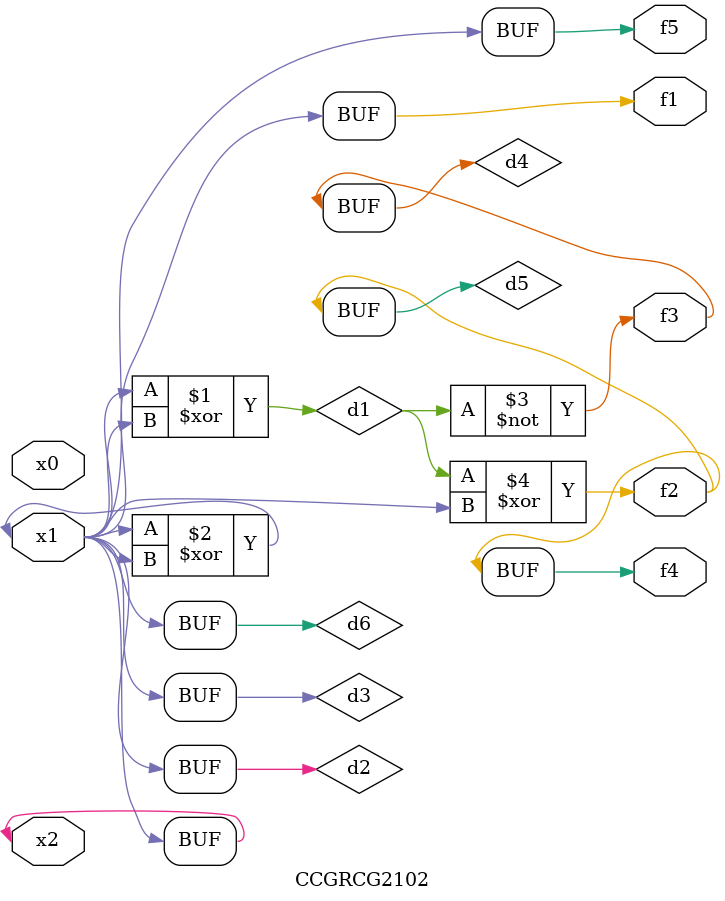
<source format=v>
module CCGRCG2102(
	input x0, x1, x2,
	output f1, f2, f3, f4, f5
);

	wire d1, d2, d3, d4, d5, d6;

	xor (d1, x1, x2);
	buf (d2, x1, x2);
	xor (d3, x1, x2);
	nor (d4, d1);
	xor (d5, d1, d2);
	buf (d6, d2, d3);
	assign f1 = d6;
	assign f2 = d5;
	assign f3 = d4;
	assign f4 = d5;
	assign f5 = d6;
endmodule

</source>
